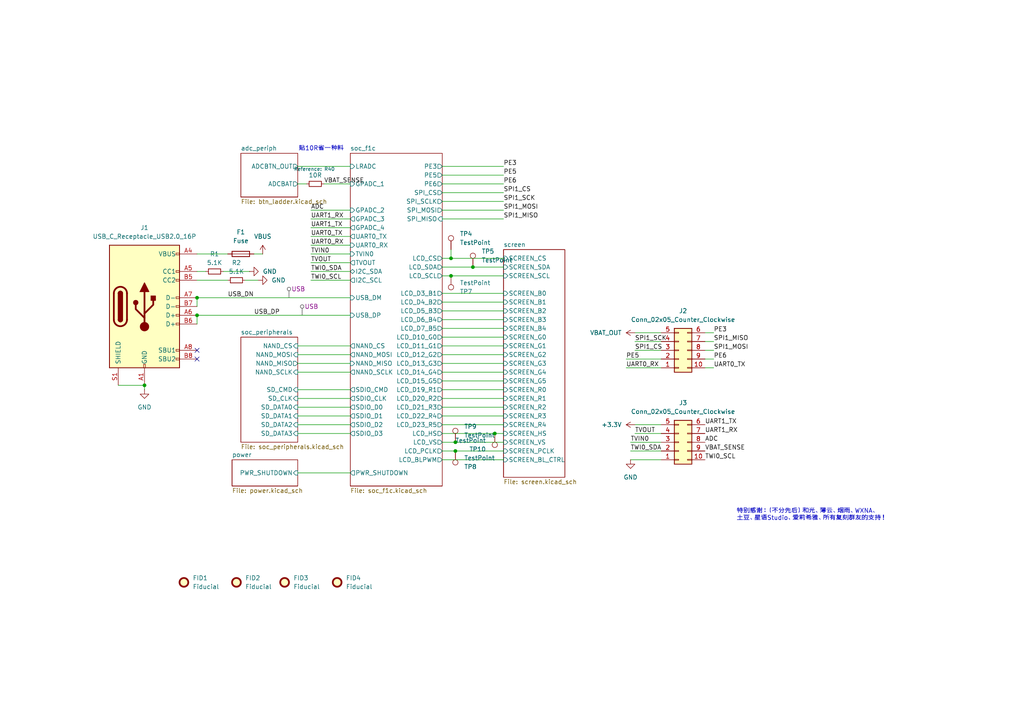
<source format=kicad_sch>
(kicad_sch (version 20250114) (generator "eeschema") (generator_version "9.0")
  (paper "A4")
  (title_block (title "明日方舟电子通行证") (date "2025-11-26") (rev "V0.3.1") (company "Shirogane Tsumugi") (comment 1 "V0.3 添加屏幕兼容接口，添加SD卡槽，优化布线") (comment 2 "V0.3.1 BUG修复") (comment 3 "V0.3.2（V0.4） 生产优化。") (comment 4 "V0.5 实现按键开关机、低电量关机、拉出i2s"))
  (lib_symbols
    (symbol "Connector:TestPoint" (pin_numbers (hide yes)) (pin_names (offset 0.762) (hide yes))
      (property "Reference" "TP" (at 0 6.858 0))
      (property "Value" "TestPoint" (at 0 5.08 0))
      (symbol "TestPoint_0_1"
        (circle (center 0 3.302) (radius 0.762))
      )
      (symbol "TestPoint_1_1"
        (pin passive line (at 0 0 90) (length 2.54) (name "1") (number "1"))
      )
    )
    (symbol "Connector:USB_C_Receptacle_USB2.0_16P" (pin_names (offset 1.016))
      (property "Reference" "J" (at 0 22.225 0))
      (property "Value" "USB_C_Receptacle_USB2.0_16P" (at 0 19.685 0))
      (symbol "USB_C_Receptacle_USB2.0_16P_0_0"
        (rectangle (start -0.254 -17.78) (end 0.254 -16.764))
        (rectangle (start 10.16 15.494) (end 9.144 14.986))
        (rectangle (start 10.16 10.414) (end 9.144 9.906))
        (rectangle (start 10.16 7.874) (end 9.144 7.366))
        (rectangle (start 10.16 2.794) (end 9.144 2.286))
        (rectangle (start 10.16 0.254) (end 9.144 -0.254))
        (rectangle (start 10.16 -2.286) (end 9.144 -2.794))
        (rectangle (start 10.16 -4.826) (end 9.144 -5.334))
        (rectangle (start 10.16 -12.446) (end 9.144 -12.954))
        (rectangle (start 10.16 -14.986) (end 9.144 -15.494))
      )
      (symbol "USB_C_Receptacle_USB2.0_16P_0_1"
        (rectangle (start -10.16 17.78) (end 10.16 -17.78) (stroke (width 0.254)) (fill (type background)))
        (polyline (pts (xy -8.89 -3.81) (xy -8.89 3.81)) (stroke (width 0.508)))
        (rectangle (start -7.62 -3.81) (end -6.35 3.81) (stroke (width 0.254)) (fill (type outline)))
        (arc (start -7.62 3.81) (mid -6.985 4.4423) (end -6.35 3.81) (stroke (width 0.254)))
        (arc (start -7.62 3.81) (mid -6.985 4.4423) (end -6.35 3.81) (stroke (width 0.254)) (fill (type outline)))
        (arc (start -8.89 3.81) (mid -6.985 5.7067) (end -5.08 3.81) (stroke (width 0.508)))
        (arc (start -5.08 -3.81) (mid -6.985 -5.7067) (end -8.89 -3.81) (stroke (width 0.508)))
        (arc (start -6.35 -3.81) (mid -6.985 -4.4423) (end -7.62 -3.81) (stroke (width 0.254)))
        (arc (start -6.35 -3.81) (mid -6.985 -4.4423) (end -7.62 -3.81) (stroke (width 0.254)) (fill (type outline)))
        (polyline (pts (xy -5.08 3.81) (xy -5.08 -3.81)) (stroke (width 0.508)))
        (circle (center -2.54 1.143) (radius 0.635) (stroke (width 0.254)) (fill (type outline)))
        (polyline (pts (xy -1.27 4.318) (xy 0 6.858) (xy 1.27 4.318) (xy -1.27 4.318)) (stroke (width 0.254)) (fill (type outline)))
        (polyline (pts (xy 0 -2.032) (xy 2.54 0.508) (xy 2.54 1.778)) (stroke (width 0.508)))
        (polyline (pts (xy 0 -3.302) (xy -2.54 -0.762) (xy -2.54 0.508)) (stroke (width 0.508)))
        (polyline (pts (xy 0 -5.842) (xy 0 4.318)) (stroke (width 0.508)))
        (circle (center 0 -5.842) (radius 1.27) (fill (type outline)))
        (rectangle (start 1.905 1.778) (end 3.175 3.048) (stroke (width 0.254)) (fill (type outline)))
      )
      (symbol "USB_C_Receptacle_USB2.0_16P_1_1"
        (pin passive line (at -7.62 -22.86 90) (length 5.08) (name "SHIELD") (number "S1"))
        (pin passive line (at 0 -22.86 90) (length 5.08) (name "GND") (number "A1"))
        (pin passive line (at 0 -22.86 90) (length 5.08) (hide yes) (name "GND") (number "A12"))
        (pin passive line (at 0 -22.86 90) (length 5.08) (hide yes) (name "GND") (number "B1"))
        (pin passive line (at 0 -22.86 90) (length 5.08) (hide yes) (name "GND") (number "B12"))
        (pin passive line (at 15.24 15.24 180) (length 5.08) (name "VBUS") (number "A4"))
        (pin passive line (at 15.24 15.24 180) (length 5.08) (hide yes) (name "VBUS") (number "A9"))
        (pin passive line (at 15.24 15.24 180) (length 5.08) (hide yes) (name "VBUS") (number "B4"))
        (pin passive line (at 15.24 15.24 180) (length 5.08) (hide yes) (name "VBUS") (number "B9"))
        (pin bidirectional line (at 15.24 10.16 180) (length 5.08) (name "CC1") (number "A5"))
        (pin bidirectional line (at 15.24 7.62 180) (length 5.08) (name "CC2") (number "B5"))
        (pin bidirectional line (at 15.24 2.54 180) (length 5.08) (name "D-") (number "A7"))
        (pin bidirectional line (at 15.24 0 180) (length 5.08) (name "D-") (number "B7"))
        (pin bidirectional line (at 15.24 -2.54 180) (length 5.08) (name "D+") (number "A6"))
        (pin bidirectional line (at 15.24 -5.08 180) (length 5.08) (name "D+") (number "B6"))
        (pin bidirectional line (at 15.24 -12.7 180) (length 5.08) (name "SBU1") (number "A8"))
        (pin bidirectional line (at 15.24 -15.24 180) (length 5.08) (name "SBU2") (number "B8"))
      )
    )
    (symbol "Connector_Generic:Conn_02x05_Counter_Clockwise" (pin_names (offset 1.016) (hide yes))
      (property "Reference" "J" (at 1.27 7.62 0))
      (property "Value" "Conn_02x05_Counter_Clockwise" (at 1.27 -7.62 0))
      (symbol "Conn_02x05_Counter_Clockwise_1_1"
        (rectangle (start -1.27 6.35) (end 3.81 -6.35) (stroke (width 0.254)) (fill (type background)))
        (rectangle (start -1.27 5.207) (end 0 4.953) (stroke (width 0.1524)))
        (rectangle (start -1.27 2.667) (end 0 2.413) (stroke (width 0.1524)))
        (rectangle (start -1.27 0.127) (end 0 -0.127) (stroke (width 0.1524)))
        (rectangle (start -1.27 -2.413) (end 0 -2.667) (stroke (width 0.1524)))
        (rectangle (start -1.27 -4.953) (end 0 -5.207) (stroke (width 0.1524)))
        (rectangle (start 3.81 5.207) (end 2.54 4.953) (stroke (width 0.1524)))
        (rectangle (start 3.81 2.667) (end 2.54 2.413) (stroke (width 0.1524)))
        (rectangle (start 3.81 0.127) (end 2.54 -0.127) (stroke (width 0.1524)))
        (rectangle (start 3.81 -2.413) (end 2.54 -2.667) (stroke (width 0.1524)))
        (rectangle (start 3.81 -4.953) (end 2.54 -5.207) (stroke (width 0.1524)))
        (pin passive line (at -5.08 5.08 0) (length 3.81) (name "Pin_1") (number "1"))
        (pin passive line (at -5.08 2.54 0) (length 3.81) (name "Pin_2") (number "2"))
        (pin passive line (at -5.08 0 0) (length 3.81) (name "Pin_3") (number "3"))
        (pin passive line (at -5.08 -2.54 0) (length 3.81) (name "Pin_4") (number "4"))
        (pin passive line (at -5.08 -5.08 0) (length 3.81) (name "Pin_5") (number "5"))
        (pin passive line (at 7.62 5.08 180) (length 3.81) (name "Pin_10") (number "10"))
        (pin passive line (at 7.62 2.54 180) (length 3.81) (name "Pin_9") (number "9"))
        (pin passive line (at 7.62 0 180) (length 3.81) (name "Pin_8") (number "8"))
        (pin passive line (at 7.62 -2.54 180) (length 3.81) (name "Pin_7") (number "7"))
        (pin passive line (at 7.62 -5.08 180) (length 3.81) (name "Pin_6") (number "6"))
      )
    )
    (symbol "Device:Fuse" (pin_numbers (hide yes)) (pin_names (offset 0))
      (property "Reference" "F" (at 2.032 0 90))
      (property "Value" "Fuse" (at -1.905 0 90))
      (symbol "Fuse_0_1"
        (rectangle (start -0.762 -2.54) (end 0.762 2.54) (stroke (width 0.254)))
        (polyline (pts (xy 0 2.54) (xy 0 -2.54)))
      )
      (symbol "Fuse_1_1"
        (pin passive line (at 0 3.81 270) (length 1.27) (name "~") (number "1"))
        (pin passive line (at 0 -3.81 90) (length 1.27) (name "~") (number "2"))
      )
    )
    (symbol "Device:R_Small" (pin_numbers (hide yes)) (pin_names (offset 0.254) (hide yes))
      (property "Reference" "R" (at 0 0 90))
      (property "Value" "R_Small" (at 1.778 0 90))
      (symbol "R_Small_0_1"
        (rectangle (start -0.762 1.778) (end 0.762 -1.778) (stroke (width 0.2032)))
      )
      (symbol "R_Small_1_1"
        (pin passive line (at 0 2.54 270) (length 0.762) (name "~") (number "1"))
        (pin passive line (at 0 -2.54 90) (length 0.762) (name "~") (number "2"))
      )
    )
    (symbol "Mechanical:Fiducial" (in_bom no)
      (property "Reference" "FID" (at 0 5.08 0))
      (property "Value" "Fiducial" (at 0 3.175 0))
      (symbol "Fiducial_0_1"
        (circle (center 0 0) (radius 1.27) (stroke (width 0.508)) (fill (type background)))
      )
    )
    (symbol "power:+3.3V" (power) (pin_numbers (hide yes)) (pin_names (offset 0) (hide yes))
      (property "Value" "+3.3V" (at 0 3.556 0))
      (symbol "+3.3V_0_1"
        (polyline (pts (xy -0.762 1.27) (xy 0 2.54)))
        (polyline (pts (xy 0 2.54) (xy 0.762 1.27)))
        (polyline (pts (xy 0 0) (xy 0 2.54)))
      )
      (symbol "+3.3V_1_1"
        (pin power_in line (at 0 0 90) (length 0) (name "~") (number "1"))
      )
    )
    (symbol "power:GND" (power) (pin_numbers (hide yes)) (pin_names (offset 0) (hide yes))
      (property "Value" "GND" (at 0 -3.81 0))
      (symbol "GND_0_1"
        (polyline (pts (xy 0 0) (xy 0 -1.27) (xy 1.27 -1.27) (xy 0 -2.54) (xy -1.27 -1.27) (xy 0 -1.27)))
      )
      (symbol "GND_1_1"
        (pin power_in line (at 0 0 270) (length 0) (name "~") (number "1"))
      )
    )
    (symbol "power:VBUS" (power) (pin_numbers (hide yes)) (pin_names (offset 0) (hide yes))
      (property "Value" "VBUS" (at 0 3.556 0))
      (symbol "VBUS_0_1"
        (polyline (pts (xy -0.762 1.27) (xy 0 2.54)))
        (polyline (pts (xy 0 2.54) (xy 0.762 1.27)))
        (polyline (pts (xy 0 0) (xy 0 2.54)))
      )
      (symbol "VBUS_1_1"
        (pin power_in line (at 0 0 90) (length 0) (name "~") (number "1"))
      )
    )
  )
  (text "贴10R省一种料" (at 93.218 43.18 0) (effects (font (size 1.27 1.27))))
  (text "特别感谢：（不分先后）和光、薄云、烟雨、WXNA、\n土豆、星语Studio、爱莉希雅、所有复刻群友的支持！\n" (at 213.614 149.352 0) (effects (font (size 1.27 1.27)) (justify left)))
  (junction (at 143.51 125.73))
  (junction (at 132.08 130.81))
  (junction (at 41.91 111.76))
  (junction (at 130.81 80.01))
  (junction (at 57.15 86.36))
  (junction (at 137.16 77.47))
  (junction (at 57.15 91.44))
  (junction (at 132.08 128.27))
  (junction (at 130.81 74.93))
  (no_connect (at 57.15 101.6))
  (no_connect (at 57.15 104.14))
  (wire (pts (xy 86.36 102.87) (xy 101.6 102.87)))
  (wire (pts (xy 76.2 73.66) (xy 73.66 73.66)))
  (wire (pts (xy 130.81 72.39) (xy 130.81 74.93)))
  (wire (pts (xy 128.27 53.34) (xy 146.05 53.34)))
  (wire (pts (xy 86.36 100.33) (xy 101.6 100.33)))
  (wire (pts (xy 184.15 125.73) (xy 191.77 125.73)))
  (wire (pts (xy 90.17 78.74) (xy 101.6 78.74)))
  (wire (pts (xy 128.27 130.81) (xy 132.08 130.81)))
  (wire (pts (xy 207.01 106.68) (xy 204.47 106.68)))
  (wire (pts (xy 86.36 107.95) (xy 101.6 107.95)))
  (wire (pts (xy 86.36 105.41) (xy 101.6 105.41)))
  (wire (pts (xy 86.36 115.57) (xy 101.6 115.57)))
  (wire (pts (xy 128.27 125.73) (xy 143.51 125.73)))
  (wire (pts (xy 184.15 123.19) (xy 191.77 123.19)))
  (wire (pts (xy 90.17 73.66) (xy 101.6 73.66)))
  (wire (pts (xy 207.01 99.06) (xy 204.47 99.06)))
  (wire (pts (xy 207.01 104.14) (xy 204.47 104.14)))
  (wire (pts (xy 128.27 85.09) (xy 146.05 85.09)))
  (wire (pts (xy 72.39 78.74) (xy 64.77 78.74)))
  (wire (pts (xy 128.27 110.49) (xy 146.05 110.49)))
  (wire (pts (xy 128.27 55.88) (xy 146.05 55.88)))
  (wire (pts (xy 34.29 111.76) (xy 41.91 111.76)))
  (wire (pts (xy 90.17 68.58) (xy 101.6 68.58)))
  (wire (pts (xy 86.36 53.34) (xy 88.9 53.34)))
  (wire (pts (xy 128.27 74.93) (xy 130.81 74.93)))
  (wire (pts (xy 128.27 95.25) (xy 146.05 95.25)))
  (wire (pts (xy 57.15 91.44) (xy 101.6 91.44)))
  (wire (pts (xy 128.27 97.79) (xy 146.05 97.79)))
  (wire (pts (xy 57.15 91.44) (xy 57.15 93.98)))
  (wire (pts (xy 128.27 102.87) (xy 146.05 102.87)))
  (wire (pts (xy 128.27 87.63) (xy 146.05 87.63)))
  (wire (pts (xy 184.15 99.06) (xy 191.77 99.06)))
  (wire (pts (xy 128.27 100.33) (xy 146.05 100.33)))
  (wire (pts (xy 86.36 125.73) (xy 101.6 125.73)))
  (wire (pts (xy 41.91 113.03) (xy 41.91 111.76)))
  (wire (pts (xy 181.61 106.68) (xy 191.77 106.68)))
  (wire (pts (xy 132.08 128.27) (xy 146.05 128.27)))
  (wire (pts (xy 90.17 71.12) (xy 101.6 71.12)))
  (wire (pts (xy 128.27 60.96) (xy 146.05 60.96)))
  (wire (pts (xy 57.15 73.66) (xy 66.04 73.66)))
  (wire (pts (xy 128.27 107.95) (xy 146.05 107.95)))
  (wire (pts (xy 128.27 63.5) (xy 146.05 63.5)))
  (wire (pts (xy 207.01 101.6) (xy 204.47 101.6)))
  (wire (pts (xy 86.36 48.26) (xy 101.6 48.26)))
  (wire (pts (xy 181.61 104.14) (xy 191.77 104.14)))
  (wire (pts (xy 86.36 137.16) (xy 101.6 137.16)))
  (wire (pts (xy 57.15 81.28) (xy 66.04 81.28)))
  (wire (pts (xy 182.88 133.35) (xy 191.77 133.35)))
  (wire (pts (xy 207.01 96.52) (xy 204.47 96.52)))
  (wire (pts (xy 143.51 125.73) (xy 146.05 125.73)))
  (wire (pts (xy 86.36 120.65) (xy 101.6 120.65)))
  (wire (pts (xy 86.36 123.19) (xy 101.6 123.19)))
  (wire (pts (xy 128.27 120.65) (xy 146.05 120.65)))
  (wire (pts (xy 128.27 105.41) (xy 146.05 105.41)))
  (wire (pts (xy 128.27 48.26) (xy 146.05 48.26)))
  (wire (pts (xy 93.98 53.34) (xy 101.6 53.34)))
  (wire (pts (xy 128.27 50.8) (xy 146.05 50.8)))
  (wire (pts (xy 128.27 133.35) (xy 146.05 133.35)))
  (wire (pts (xy 86.36 113.03) (xy 101.6 113.03)))
  (wire (pts (xy 90.17 63.5) (xy 101.6 63.5)))
  (wire (pts (xy 86.36 118.11) (xy 101.6 118.11)))
  (wire (pts (xy 184.15 96.52) (xy 191.77 96.52)))
  (wire (pts (xy 128.27 92.71) (xy 146.05 92.71)))
  (wire (pts (xy 137.16 77.47) (xy 146.05 77.47)))
  (wire (pts (xy 90.17 76.2) (xy 101.6 76.2)))
  (wire (pts (xy 128.27 77.47) (xy 137.16 77.47)))
  (wire (pts (xy 182.88 128.27) (xy 191.77 128.27)))
  (wire (pts (xy 74.93 81.28) (xy 71.12 81.28)))
  (wire (pts (xy 90.17 81.28) (xy 101.6 81.28)))
  (wire (pts (xy 128.27 113.03) (xy 146.05 113.03)))
  (wire (pts (xy 128.27 90.17) (xy 146.05 90.17)))
  (wire (pts (xy 57.15 78.74) (xy 59.69 78.74)))
  (wire (pts (xy 57.15 86.36) (xy 57.15 88.9)))
  (wire (pts (xy 128.27 128.27) (xy 132.08 128.27)))
  (wire (pts (xy 90.17 60.96) (xy 101.6 60.96)))
  (wire (pts (xy 184.15 101.6) (xy 191.77 101.6)))
  (wire (pts (xy 128.27 80.01) (xy 130.81 80.01)))
  (wire (pts (xy 128.27 123.19) (xy 146.05 123.19)))
  (wire (pts (xy 182.88 130.81) (xy 191.77 130.81)))
  (wire (pts (xy 132.08 130.81) (xy 146.05 130.81)))
  (wire (pts (xy 128.27 115.57) (xy 146.05 115.57)))
  (wire (pts (xy 57.15 86.36) (xy 101.6 86.36)))
  (wire (pts (xy 130.81 80.01) (xy 146.05 80.01)))
  (wire (pts (xy 128.27 58.42) (xy 146.05 58.42)))
  (wire (pts (xy 128.27 118.11) (xy 146.05 118.11)))
  (wire (pts (xy 90.17 66.04) (xy 101.6 66.04)))
  (wire (pts (xy 130.81 74.93) (xy 146.05 74.93)))
  (label "TWI0_SDA" (at 182.88 130.81 0))
  (label "TVIN0" (at 182.88 128.27 0))
  (label "SPI1_SCK" (at 184.15 99.06 0))
  (label "PE5" (at 181.61 104.14 0))
  (label "SPI1_MISO" (at 207.01 99.06 0))
  (label "PE3" (at 146.05 48.26 0))
  (label "PE6" (at 207.01 104.14 0))
  (label "ADC" (at 90.17 60.96 0))
  (label "USB_DN" (at 66.04 86.36 0))
  (label "UART0_RX" (at 181.61 106.68 0))
  (label "USB_DP" (at 73.66 91.44 0))
  (label "UART0_TX" (at 90.17 68.58 0))
  (label "SPI1_SCK" (at 146.05 58.42 0))
  (label "SPI1_MOSI" (at 207.01 101.6 0))
  (label "TVOUT" (at 90.17 76.2 0))
  (label "UART1_TX" (at 90.17 66.04 0))
  (label "ADC" (at 204.47 128.27 0))
  (label "UART0_RX" (at 90.17 71.12 0))
  (label "TVOUT" (at 184.15 125.73 0))
  (label "TVIN0" (at 90.17 73.66 0))
  (label "UART1_RX" (at 90.17 63.5 0))
  (label "VBAT_SENSE" (at 93.98 53.34 0))
  (label "TWI0_SDA" (at 90.17 78.74 0))
  (label "UART1_TX" (at 204.47 123.19 0))
  (label "SPI1_MISO" (at 146.05 63.5 0))
  (label "PE5" (at 146.05 50.8 0))
  (label "VBAT_SENSE" (at 204.47 130.81 0))
  (label "SPI1_CS" (at 184.15 101.6 0))
  (label "UART0_TX" (at 207.01 106.68 0))
  (label "TWI0_SCL" (at 204.47 133.35 0))
  (label "UART1_RX" (at 204.47 125.73 0))
  (label "PE6" (at 146.05 53.34 0))
  (label "SPI1_MOSI" (at 146.05 60.96 0))
  (label "TWI0_SCL" (at 90.17 81.28 0))
  (label "SPI1_CS" (at 146.05 55.88 0))
  (label "PE3" (at 207.01 96.52 0))
  (netclass_flag "" (length 2.54) (shape round) (at 87.63 91.44 0) (property "Netclass" "USB" (at 88.3285 88.9 0) (effects (justify left))))
  (netclass_flag "" (length 2.54) (shape round) (at 83.82 86.36 0) (property "Netclass" "USB" (at 84.5185 83.82 0) (effects (justify left))))
  (symbol (lib_id "Connector:USB_C_Receptacle_USB2.0_16P") (at 41.91 88.9 0) (unit 1)
    (property "Reference" "J1" (at 41.91 66.04 0))
    (property "Value" "USB_C_Receptacle_USB2.0_16P" (at 41.91 68.58 0))
    (property "Footprint" "Connector_USB:USB_C_Receptacle_HCTL_HC-TYPE-C-16P-01A" (effects (hide yes)))
    (property "Datasheet" "https://www.usb.org/sites/default/files/documents/usb_type-c.zip" (effects (hide yes)))
    (property "Description" "USB 2.0-only 16P Type-C Receptacle connector" (effects (hide yes)))
  )
  (symbol (lib_id "power:VBUS") (at 76.2 73.66 0) (unit 1)
    (property "Reference" "#PWR02" (effects (hide yes)))
    (property "Value" "VBUS" (at 76.2 68.58 0))
    (property "Description" "Power symbol creates a global label with name \"VBUS\"" (effects (hide yes)))
  )
  (symbol (lib_id "Connector:TestPoint") (at 132.08 130.81 0) (mirror x) (unit 1)
    (property "Reference" "TP8" (at 134.62 135.3821 0) (effects (justify left)))
    (property "Value" "TestPoint" (at 134.62 132.8421 0) (effects (justify left)))
    (property "Footprint" "TestPoint:TestPoint_Pad_D1.5mm" (effects (hide yes)))
    (property "Description" "test point" (effects (hide yes)))
  )
  (symbol (lib_id "Connector:TestPoint") (at 143.51 125.73 180) (unit 1)
    (property "Reference" "TP10" (at 140.97 130.3021 0) (effects (justify left)))
    (property "Value" "TestPoint" (at 140.97 127.7621 0) (effects (justify left)))
    (property "Footprint" "TestPoint:TestPoint_Pad_D1.5mm" (effects (hide yes)))
    (property "Description" "test point" (effects (hide yes)))
  )
  (symbol (lib_id "Connector:TestPoint") (at 130.81 72.39 0) (unit 1)
    (property "Reference" "TP4" (at 133.35 67.8179 0) (effects (justify left)))
    (property "Value" "TestPoint" (at 133.35 70.3579 0) (effects (justify left)))
    (property "Footprint" "TestPoint:TestPoint_Pad_D1.5mm" (effects (hide yes)))
    (property "Description" "test point" (effects (hide yes)))
  )
  (symbol (lib_id "Device:Fuse") (at 69.85 73.66 90) (unit 1)
    (property "Reference" "F1" (at 69.85 67.31 90))
    (property "Value" "Fuse" (at 69.85 69.85 90))
    (property "Footprint" "Fuse:Fuse_0805_2012Metric" (effects (hide yes)))
    (property "Description" "Fuse" (effects (hide yes)))
  )
  (symbol (lib_id "Connector_Generic:Conn_02x05_Counter_Clockwise") (at 196.85 101.6 0) (mirror x) (unit 1)
    (property "Reference" "J2" (at 198.12 90.17 0))
    (property "Value" "Conn_02x05_Counter_Clockwise" (at 198.12 92.71 0))
    (property "Footprint" "EasyEDA:HDR-SMD_10P-P2.54-H-F-R2-C5-W8.5" (effects (hide yes)))
    (property "Description" "Generic connector, double row, 02x05, counter clockwise pin numbering scheme (similar to DIP package numbering), script generated (kicad-library-utils/schlib/autogen/connector/)" (effects (hide yes)))
  )
  (symbol (lib_id "Mechanical:Fiducial") (at 97.79 168.91 0) (unit 1) (in_bom no)
    (property "Reference" "FID4" (at 100.33 167.6399 0) (effects (justify left)))
    (property "Value" "Fiducial" (at 100.33 170.1799 0) (effects (justify left)))
    (property "Footprint" "shirogane:Fiducial_1mm_Mask3mm" (effects (hide yes)))
    (property "Description" "Fiducial Marker" (effects (hide yes)))
  )
  (symbol (lib_id "power:VBUS") (at 184.15 96.52 90) (mirror x) (unit 1)
    (property "Reference" "#PWR05" (effects (hide yes)))
    (property "Value" "VBAT_OUT" (at 180.34 96.5199 90) (effects (justify left)))
    (property "Description" "Power symbol creates a global label with name \"VBUS\"" (effects (hide yes)))
  )
  (symbol (lib_id "Connector:TestPoint") (at 130.81 80.01 0) (mirror x) (unit 1)
    (property "Reference" "TP7" (at 133.35 84.5821 0) (effects (justify left)))
    (property "Value" "TestPoint" (at 133.35 82.0421 0) (effects (justify left)))
    (property "Footprint" "TestPoint:TestPoint_Pad_D1.5mm" (effects (hide yes)))
    (property "Description" "test point" (effects (hide yes)))
  )
  (symbol (lib_id "power:GND") (at 74.93 81.28 90) (mirror x) (unit 1)
    (property "Reference" "#PWR04" (effects (hide yes)))
    (property "Value" "GND" (at 78.74 81.28 90) (effects (justify right)))
    (property "Description" "Power symbol creates a global label with name \"GND\" , ground" (effects (hide yes)))
  )
  (symbol (lib_id "power:GND") (at 72.39 78.74 90) (mirror x) (unit 1)
    (property "Reference" "#PWR03" (effects (hide yes)))
    (property "Value" "GND" (at 76.2 78.74 90) (effects (justify right)))
    (property "Description" "Power symbol creates a global label with name \"GND\" , ground" (effects (hide yes)))
  )
  (symbol (lib_id "power:GND") (at 182.88 133.35 0) (unit 1)
    (property "Reference" "#PWR07" (effects (hide yes)))
    (property "Value" "GND" (at 182.88 138.43 0))
    (property "Description" "Power symbol creates a global label with name \"GND\" , ground" (effects (hide yes)))
  )
  (symbol (lib_id "Mechanical:Fiducial") (at 53.34 168.91 0) (unit 1) (in_bom no)
    (property "Reference" "FID1" (at 55.88 167.6399 0) (effects (justify left)))
    (property "Value" "Fiducial" (at 55.88 170.1799 0) (effects (justify left)))
    (property "Footprint" "shirogane:Fiducial_1mm_Mask3mm" (effects (hide yes)))
    (property "Description" "Fiducial Marker" (effects (hide yes)))
  )
  (symbol (lib_id "Connector_Generic:Conn_02x05_Counter_Clockwise") (at 196.85 128.27 0) (mirror x) (unit 1)
    (property "Reference" "J3" (at 198.12 116.84 0))
    (property "Value" "Conn_02x05_Counter_Clockwise" (at 198.12 119.38 0))
    (property "Footprint" "EasyEDA:HDR-SMD_10P-P2.54-H-F-R2-C5-W8.5" (effects (hide yes)))
    (property "Description" "Generic connector, double row, 02x05, counter clockwise pin numbering scheme (similar to DIP package numbering), script generated (kicad-library-utils/schlib/autogen/connector/)" (effects (hide yes)))
  )
  (symbol (lib_id "power:GND") (at 41.91 113.03 0) (unit 1)
    (property "Reference" "#PWR01" (effects (hide yes)))
    (property "Value" "GND" (at 41.91 118.11 0))
    (property "Description" "Power symbol creates a global label with name \"GND\" , ground" (effects (hide yes)))
  )
  (symbol (lib_id "Device:R_Small") (at 62.23 78.74 90) (unit 1)
    (property "Reference" "R1" (at 62.23 73.66 90))
    (property "Value" "5.1K" (at 62.23 76.2 90))
    (property "Footprint" "Resistor_SMD:R_0603_1608Metric" (effects (hide yes)))
    (property "Description" "Resistor, small symbol" (effects (hide yes)))
  )
  (symbol (lib_id "power:+3.3V") (at 184.15 123.19 90) (mirror x) (unit 1)
    (property "Reference" "#PWR06" (effects (hide yes)))
    (property "Value" "+3.3V" (at 180.34 123.1899 90) (effects (justify left)))
    (property "Description" "Power symbol creates a global label with name \"+3.3V\"" (effects (hide yes)))
  )
  (symbol (lib_id "Device:R_Small") (at 91.44 53.34 270) (unit 1)
    (property "Reference" "R40" (at 91.186 49.022 90) (show_name yes) (effects (font (size 1.016 1.016))))
    (property "Value" "10R" (at 91.44 50.8 90))
    (property "Footprint" "Resistor_SMD:R_0603_1608Metric" (effects (hide yes)))
    (property "Description" "Resistor, small symbol" (effects (hide yes)))
  )
  (symbol (lib_id "Device:R_Small") (at 68.58 81.28 90) (unit 1)
    (property "Reference" "R2" (at 68.58 76.2 90))
    (property "Value" "5.1K" (at 68.58 78.74 90))
    (property "Footprint" "Resistor_SMD:R_0603_1608Metric" (effects (hide yes)))
    (property "Description" "Resistor, small symbol" (effects (hide yes)))
  )
  (symbol (lib_id "Mechanical:Fiducial") (at 68.58 168.91 0) (unit 1) (in_bom no)
    (property "Reference" "FID2" (at 71.12 167.6399 0) (effects (justify left)))
    (property "Value" "Fiducial" (at 71.12 170.1799 0) (effects (justify left)))
    (property "Footprint" "shirogane:Fiducial_1mm_Mask3mm" (effects (hide yes)))
    (property "Description" "Fiducial Marker" (effects (hide yes)))
  )
  (symbol (lib_id "Mechanical:Fiducial") (at 82.55 168.91 0) (unit 1) (in_bom no)
    (property "Reference" "FID3" (at 85.09 167.6399 0) (effects (justify left)))
    (property "Value" "Fiducial" (at 85.09 170.1799 0) (effects (justify left)))
    (property "Footprint" "shirogane:Fiducial_1mm_Mask3mm" (effects (hide yes)))
    (property "Description" "Fiducial Marker" (effects (hide yes)))
  )
  (symbol (lib_id "Connector:TestPoint") (at 132.08 128.27 0) (unit 1)
    (property "Reference" "TP9" (at 134.62 123.6979 0) (effects (justify left)))
    (property "Value" "TestPoint" (at 134.62 126.2379 0) (effects (justify left)))
    (property "Footprint" "TestPoint:TestPoint_Pad_D1.5mm" (effects (hide yes)))
    (property "Description" "test point" (effects (hide yes)))
  )
  (symbol (lib_id "Connector:TestPoint") (at 137.16 77.47 0) (unit 1)
    (property "Reference" "TP5" (at 139.7 72.8979 0) (effects (justify left)))
    (property "Value" "TestPoint" (at 139.7 75.4379 0) (effects (justify left)))
    (property "Footprint" "TestPoint:TestPoint_Pad_D1.5mm" (effects (hide yes)))
    (property "Description" "test point" (effects (hide yes)))
  )
  (sheet (at 69.85 44.45) (size 16.51 12.7) (stroke (width 0.1524))
    (property "Sheetname" "adc_periph" (at 69.85 43.7384 0) (effects (justify left bottom)))
    (property "Sheetfile" "btn_ladder.kicad_sch" (at 69.85 57.7346 0) (effects (justify left top)))
    (pin "ADCBTN_OUT" output (at 86.36 48.26 0))
    (pin "ADCBAT" output (at 86.36 53.34 0))
  )
  (sheet (at 101.6 44.45) (size 26.67 96.52) (stroke (width 0.1524))
    (property "Sheetname" "soc_f1c" (at 101.6 43.7384 0) (effects (justify left bottom)))
    (property "Sheetfile" "soc_f1c.kicad_sch" (at 101.6 141.5546 0) (effects (justify left top)))
    (pin "GPADC_1" input (at 101.6 53.34 180))
    (pin "GPADC_2" input (at 101.6 60.96 180))
    (pin "LRADC" input (at 101.6 48.26 180))
    (pin "LCD_D20_R2" output (at 128.27 115.57 0))
    (pin "LCD_D14_G4" output (at 128.27 107.95 0))
    (pin "LCD_D5_B3" output (at 128.27 90.17 0))
    (pin "LCD_D7_B5" output (at 128.27 95.25 0))
    (pin "LCD_D19_R1" output (at 128.27 113.03 0))
    (pin "LCD_D3_B1" output (at 128.27 85.09 0))
    (pin "LCD_D22_R4" output (at 128.27 120.65 0))
    (pin "LCD_PCLK" output (at 128.27 130.81 0))
    (pin "LCD_D6_B4" output (at 128.27 92.71 0))
    (pin "LCD_D10_G0" output (at 128.27 97.79 0))
    (pin "LCD_D13_G3" output (at 128.27 105.41 0))
    (pin "LCD_VS" output (at 128.27 128.27 0))
    (pin "LCD_D15_G5" output (at 128.27 110.49 0))
    (pin "LCD_D11_G1" output (at 128.27 100.33 0))
    (pin "LCD_D4_B2" output (at 128.27 87.63 0))
    (pin "LCD_D21_R3" output (at 128.27 118.11 0))
    (pin "LCD_HS" output (at 128.27 125.73 0))
    (pin "LCD_D12_G2" output (at 128.27 102.87 0))
    (pin "LCD_D23_R5" output (at 128.27 123.19 0))
    (pin "LCD_SDA" output (at 128.27 77.47 0))
    (pin "LCD_CS" output (at 128.27 74.93 0))
    (pin "LCD_BLPWM" output (at 128.27 133.35 0))
    (pin "LCD_SCL" output (at 128.27 80.01 0))
    (pin "TVOUT" output (at 101.6 76.2 180))
    (pin "TVIN0" input (at 101.6 73.66 180))
    (pin "USB_DP" input (at 101.6 91.44 180))
    (pin "USB_DM" input (at 101.6 86.36 180))
    (pin "UART0_RX" input (at 101.6 71.12 180))
    (pin "NAND_SCLK" output (at 101.6 107.95 180))
    (pin "I2C_SCL" output (at 101.6 81.28 180))
    (pin "GPADC_4" output (at 101.6 66.04 180))
    (pin "GPADC_3" output (at 101.6 63.5 180))
    (pin "NAND_MISO" input (at 101.6 105.41 180))
    (pin "NAND_CS" output (at 101.6 100.33 180))
    (pin "NAND_MOSI" output (at 101.6 102.87 180))
    (pin "UART0_TX" output (at 101.6 68.58 180))
    (pin "SDIO_D0" output (at 101.6 118.11 180))
    (pin "SDIO_CLK" output (at 101.6 115.57 180))
    (pin "SDIO_D3" output (at 101.6 125.73 180))
    (pin "SDIO_CMD" output (at 101.6 113.03 180))
    (pin "SDIO_D1" output (at 101.6 120.65 180))
    (pin "SDIO_D2" output (at 101.6 123.19 180))
    (pin "I2C_SDA" bidirectional (at 101.6 78.74 180))
    (pin "SPI_CS" output (at 128.27 55.88 0))
    (pin "SPI_SCLK" output (at 128.27 58.42 0))
    (pin "PE5" output (at 128.27 50.8 0))
    (pin "SPI_MOSI" output (at 128.27 60.96 0))
    (pin "SPI_MISO" input (at 128.27 63.5 0))
    (pin "PE6" output (at 128.27 53.34 0))
    (pin "PWR_SHUTDOWN" output (at 101.6 137.16 180))
    (pin "PE3" output (at 128.27 48.26 0))
  )
  (sheet (at 69.85 97.79) (size 16.51 30.48) (stroke (width 0.1524))
    (property "Sheetname" "soc_peripherals" (at 69.85 97.0784 0) (effects (justify left bottom)))
    (property "Sheetfile" "soc_peripherals.kicad_sch" (at 69.85 128.8546 0) (effects (justify left top)))
    (pin "NAND_SCLK" input (at 86.36 107.95 0))
    (pin "NAND_CS" input (at 86.36 100.33 0))
    (pin "NAND_MOSI" input (at 86.36 102.87 0))
    (pin "NAND_MISO" output (at 86.36 105.41 0))
    (pin "SD_DATA1" input (at 86.36 120.65 0))
    (pin "SD_CLK" input (at 86.36 115.57 0))
    (pin "SD_CMD" input (at 86.36 113.03 0))
    (pin "SD_DATA2" input (at 86.36 123.19 0))
    (pin "SD_DATA3" input (at 86.36 125.73 0))
    (pin "SD_DATA0" input (at 86.36 118.11 0))
  )
  (sheet (at 67.31 133.35) (size 19.05 7.62) (stroke (width 0.1524))
    (property "Sheetname" "power" (at 67.31 132.6384 0) (effects (justify left bottom)))
    (property "Sheetfile" "power.kicad_sch" (at 67.31 141.5546 0) (effects (justify left top)))
    (pin "PWR_SHUTDOWN" input (at 86.36 137.16 0))
  )
  (sheet (at 146.05 72.39) (size 17.78 66.04) (stroke (width 0.1524))
    (property "Sheetname" "screen" (at 146.05 71.6784 0) (effects (justify left bottom)))
    (property "Sheetfile" "screen.kicad_sch" (at 146.05 139.0146 0) (effects (justify left top)))
    (pin "SCREEN_SDA" input (at 146.05 77.47 180))
    (pin "SCREEN_B3" input (at 146.05 92.71 180))
    (pin "SCREEN_R4" input (at 146.05 123.19 180))
    (pin "SCREEN_G1" input (at 146.05 100.33 180))
    (pin "SCREEN_B1" input (at 146.05 87.63 180))
    (pin "SCREEN_G5" input (at 146.05 110.49 180))
    (pin "SCREEN_B2" input (at 146.05 90.17 180))
    (pin "SCREEN_R1" input (at 146.05 115.57 180))
    (pin "SCREEN_R0" input (at 146.05 113.03 180))
    (pin "SCREEN_R3" input (at 146.05 120.65 180))
    (pin "SCREEN_G2" input (at 146.05 102.87 180))
    (pin "SCREEN_SCL" input (at 146.05 80.01 180))
    (pin "SCREEN_G0" input (at 146.05 97.79 180))
    (pin "SCREEN_B0" input (at 146.05 85.09 180))
    (pin "SCREEN_VS" input (at 146.05 128.27 180))
    (pin "SCREEN_G3" input (at 146.05 105.41 180))
    (pin "SCREEN_PCLK" input (at 146.05 130.81 180))
    (pin "SCREEN_CS" input (at 146.05 74.93 180))
    (pin "SCREEN_B4" input (at 146.05 95.25 180))
    (pin "SCREEN_G4" input (at 146.05 107.95 180))
    (pin "SCREEN_HS" input (at 146.05 125.73 180))
    (pin "SCREEN_R2" input (at 146.05 118.11 180))
    (pin "SCREEN_BL_CTRL" input (at 146.05 133.35 180))
  )
)
</source>
